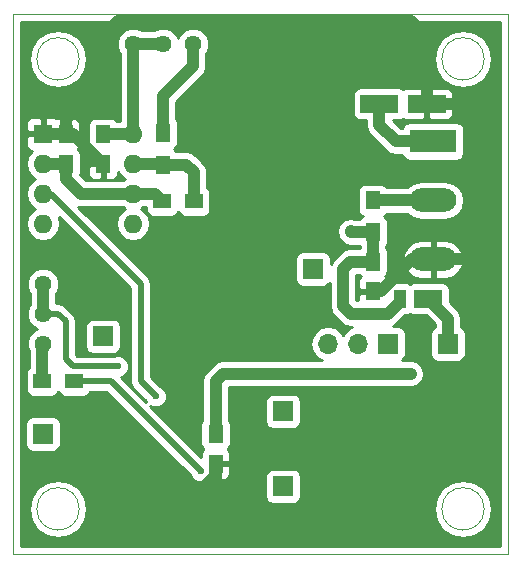
<source format=gbr>
%TF.GenerationSoftware,KiCad,Pcbnew,4.0.7*%
%TF.CreationDate,2018-04-11T16:34:22+03:00*%
%TF.ProjectId,capacity_sensor,63617061636974795F73656E736F722E,rev?*%
%TF.FileFunction,Copper,L2,Bot,Signal*%
%FSLAX46Y46*%
G04 Gerber Fmt 4.6, Leading zero omitted, Abs format (unit mm)*
G04 Created by KiCad (PCBNEW 4.0.7) date 04/11/18 16:34:22*
%MOMM*%
%LPD*%
G01*
G04 APERTURE LIST*
%ADD10C,0.100000*%
%ADD11R,1.250000X1.500000*%
%ADD12R,3.200000X1.500000*%
%ADD13R,2.400000X1.500000*%
%ADD14R,1.050000X1.500000*%
%ADD15R,1.700000X1.700000*%
%ADD16O,1.700000X1.700000*%
%ADD17R,3.960000X1.980000*%
%ADD18O,3.960000X1.980000*%
%ADD19R,1.500000X1.300000*%
%ADD20R,1.300000X1.500000*%
%ADD21C,1.440000*%
%ADD22R,1.600000X1.600000*%
%ADD23O,1.600000X1.600000*%
%ADD24C,0.600000*%
%ADD25C,1.000000*%
%ADD26C,0.500000*%
%ADD27C,0.254000*%
G04 APERTURE END LIST*
D10*
X119380000Y-129540000D02*
X119380000Y-83820000D01*
X161290000Y-129540000D02*
X119380000Y-129540000D01*
X161290000Y-83820000D02*
X161290000Y-129540000D01*
X119380000Y-83820000D02*
X161290000Y-83820000D01*
X159276051Y-125730000D02*
G75*
G03X159276051Y-125730000I-1796051J0D01*
G01*
X124986051Y-125730000D02*
G75*
G03X124986051Y-125730000I-1796051J0D01*
G01*
X159276051Y-87630000D02*
G75*
G03X159276051Y-87630000I-1796051J0D01*
G01*
X124986051Y-87630000D02*
G75*
G03X124986051Y-87630000I-1796051J0D01*
G01*
D11*
X136525000Y-119400000D03*
X136525000Y-121900000D03*
X123825000Y-96500000D03*
X123825000Y-94000000D03*
D12*
X150400000Y-91440000D03*
X154400000Y-91440000D03*
D11*
X149860000Y-104795000D03*
X149860000Y-107295000D03*
X127000000Y-96500000D03*
X127000000Y-94000000D03*
D13*
X154520000Y-107950000D03*
D14*
X152145000Y-107950000D03*
D15*
X127000000Y-111125000D03*
X121920000Y-119380000D03*
X142240000Y-123825000D03*
X142240000Y-117475000D03*
X151130000Y-111760000D03*
D16*
X148590000Y-111760000D03*
X146050000Y-111760000D03*
D15*
X144780000Y-105410000D03*
D17*
X154940000Y-94615000D03*
D18*
X154940000Y-99615000D03*
X154940000Y-104615000D03*
D15*
X156210000Y-111760000D03*
D19*
X134700000Y-99695000D03*
X132000000Y-99695000D03*
D20*
X132080000Y-93900000D03*
X132080000Y-96600000D03*
D19*
X121840000Y-114935000D03*
X124540000Y-114935000D03*
D20*
X149860000Y-99615000D03*
X149860000Y-102315000D03*
D21*
X134620000Y-86360000D03*
X132080000Y-86360000D03*
X129540000Y-86360000D03*
X121920000Y-111760000D03*
X121920000Y-109220000D03*
X121920000Y-106680000D03*
D22*
X121920000Y-93980000D03*
D23*
X129540000Y-101600000D03*
X121920000Y-96520000D03*
X129540000Y-99060000D03*
X121920000Y-99060000D03*
X129540000Y-96520000D03*
X121920000Y-101600000D03*
X129540000Y-93980000D03*
D24*
X138430000Y-114300000D03*
X153035000Y-114300000D03*
X147955000Y-123825000D03*
X135255000Y-123825000D03*
X128270000Y-113665000D03*
X147955000Y-102235000D03*
X135255000Y-122555000D03*
X131445000Y-116205000D03*
D25*
X136525000Y-119400000D02*
X136525000Y-114935000D01*
X137160000Y-114300000D02*
X138430000Y-114300000D01*
X138430000Y-114300000D02*
X153035000Y-114300000D01*
X136525000Y-114935000D02*
X137160000Y-114300000D01*
X129540000Y-93980000D02*
X129540000Y-86360000D01*
X129540000Y-86360000D02*
X132080000Y-86360000D01*
X150400000Y-91440000D02*
X150400000Y-93250000D01*
X151765000Y-94615000D02*
X154940000Y-94615000D01*
X150400000Y-93250000D02*
X151765000Y-94615000D01*
X127000000Y-94000000D02*
X129520000Y-94000000D01*
X129520000Y-94000000D02*
X129540000Y-93980000D01*
X149860000Y-107295000D02*
X150515000Y-107295000D01*
X150515000Y-107295000D02*
X153195000Y-104615000D01*
X153195000Y-104615000D02*
X154940000Y-104615000D01*
X123825000Y-94000000D02*
X123825000Y-92710000D01*
X154400000Y-85820000D02*
X154400000Y-91440000D01*
X153035000Y-84455000D02*
X154400000Y-85820000D01*
X128270000Y-84455000D02*
X153035000Y-84455000D01*
X127000000Y-85725000D02*
X128270000Y-84455000D01*
X127000000Y-89535000D02*
X127000000Y-85725000D01*
X123825000Y-92710000D02*
X127000000Y-89535000D01*
D26*
X147955000Y-123825000D02*
X147955000Y-127000000D01*
D25*
X136525000Y-121900000D02*
X136525000Y-125730000D01*
X158750000Y-121285000D02*
X158750000Y-104140000D01*
X158115000Y-121920000D02*
X158750000Y-121285000D01*
X155575000Y-121920000D02*
X158115000Y-121920000D01*
X154305000Y-123190000D02*
X155575000Y-121920000D01*
X154305000Y-125095000D02*
X154305000Y-123190000D01*
X152400000Y-127000000D02*
X154305000Y-125095000D01*
X137795000Y-127000000D02*
X147955000Y-127000000D01*
X147955000Y-127000000D02*
X152400000Y-127000000D01*
X136525000Y-125730000D02*
X137795000Y-127000000D01*
D26*
X136525000Y-121900000D02*
X136525000Y-122555000D01*
X136525000Y-122555000D02*
X135255000Y-123825000D01*
D25*
X154940000Y-104615000D02*
X158275000Y-104615000D01*
X158275000Y-104615000D02*
X158750000Y-104140000D01*
X157480000Y-91440000D02*
X154400000Y-91440000D01*
X158750000Y-92710000D02*
X157480000Y-91440000D01*
X158750000Y-104140000D02*
X158750000Y-97155000D01*
X158750000Y-97155000D02*
X158750000Y-92710000D01*
X121920000Y-93980000D02*
X123805000Y-93980000D01*
X123805000Y-93980000D02*
X123825000Y-94000000D01*
X123825000Y-94000000D02*
X124500000Y-94000000D01*
X124500000Y-94000000D02*
X127000000Y-96500000D01*
X123825000Y-96500000D02*
X123825000Y-97790000D01*
X125095000Y-99060000D02*
X129540000Y-99060000D01*
X123825000Y-97790000D02*
X125095000Y-99060000D01*
X129540000Y-99060000D02*
X131365000Y-99060000D01*
X131365000Y-99060000D02*
X132000000Y-99695000D01*
X121920000Y-96520000D02*
X123805000Y-96520000D01*
X123805000Y-96520000D02*
X123825000Y-96500000D01*
D26*
X123190000Y-109220000D02*
X121920000Y-109220000D01*
X123825000Y-109855000D02*
X123190000Y-109220000D01*
X123825000Y-113030000D02*
X123825000Y-109855000D01*
X124460000Y-113665000D02*
X123825000Y-113030000D01*
X128270000Y-113665000D02*
X124460000Y-113665000D01*
D25*
X121920000Y-109220000D02*
X121920000Y-106680000D01*
X152145000Y-107950000D02*
X152145000Y-108205000D01*
X152145000Y-108205000D02*
X151130000Y-109220000D01*
X151130000Y-109220000D02*
X147955000Y-109220000D01*
X147955000Y-109220000D02*
X147320000Y-108585000D01*
X147320000Y-108585000D02*
X147320000Y-105410000D01*
X147320000Y-105410000D02*
X147935000Y-104795000D01*
X147935000Y-104795000D02*
X149860000Y-104795000D01*
X148035000Y-102315000D02*
X149860000Y-102315000D01*
X147955000Y-102235000D02*
X148035000Y-102315000D01*
X149860000Y-104795000D02*
X149860000Y-102315000D01*
X156210000Y-111760000D02*
X156210000Y-109640000D01*
X156210000Y-109640000D02*
X154520000Y-107950000D01*
X149860000Y-99615000D02*
X154940000Y-99615000D01*
X129540000Y-96520000D02*
X132000000Y-96520000D01*
X132000000Y-96520000D02*
X132080000Y-96600000D01*
X134700000Y-99695000D02*
X134700000Y-97235000D01*
X134065000Y-96600000D02*
X132080000Y-96600000D01*
X134700000Y-97235000D02*
X134065000Y-96600000D01*
X132080000Y-93900000D02*
X132080000Y-90805000D01*
X134620000Y-88265000D02*
X134620000Y-86360000D01*
X132080000Y-90805000D02*
X134620000Y-88265000D01*
X121840000Y-114935000D02*
X121840000Y-111840000D01*
X121840000Y-111840000D02*
X121920000Y-111760000D01*
D26*
X127635000Y-114935000D02*
X124540000Y-114935000D01*
X135255000Y-122555000D02*
X127635000Y-114935000D01*
X130175000Y-106680000D02*
X122555000Y-99060000D01*
X130175000Y-114935000D02*
X130175000Y-106680000D01*
X131445000Y-116205000D02*
X130175000Y-114935000D01*
X122555000Y-99060000D02*
X121920000Y-99060000D01*
D27*
G36*
X160605000Y-128855000D02*
X120065000Y-128855000D01*
X120065000Y-125730000D01*
X120708949Y-125730000D01*
X120897808Y-126679457D01*
X121435632Y-127484368D01*
X122240543Y-128022192D01*
X123190000Y-128211051D01*
X124139457Y-128022192D01*
X124944368Y-127484368D01*
X125482192Y-126679457D01*
X125671051Y-125730000D01*
X154998949Y-125730000D01*
X155187808Y-126679457D01*
X155725632Y-127484368D01*
X156530543Y-128022192D01*
X157480000Y-128211051D01*
X158429457Y-128022192D01*
X159234368Y-127484368D01*
X159772192Y-126679457D01*
X159961051Y-125730000D01*
X159772192Y-124780543D01*
X159234368Y-123975632D01*
X158429457Y-123437808D01*
X157480000Y-123248949D01*
X156530543Y-123437808D01*
X155725632Y-123975632D01*
X155187808Y-124780543D01*
X154998949Y-125730000D01*
X125671051Y-125730000D01*
X125482192Y-124780543D01*
X124944368Y-123975632D01*
X124139457Y-123437808D01*
X123190000Y-123248949D01*
X122240543Y-123437808D01*
X121435632Y-123975632D01*
X120897808Y-124780543D01*
X120708949Y-125730000D01*
X120065000Y-125730000D01*
X120065000Y-118530000D01*
X120422560Y-118530000D01*
X120422560Y-120230000D01*
X120466838Y-120465317D01*
X120605910Y-120681441D01*
X120818110Y-120826431D01*
X121070000Y-120877440D01*
X122770000Y-120877440D01*
X123005317Y-120833162D01*
X123221441Y-120694090D01*
X123366431Y-120481890D01*
X123417440Y-120230000D01*
X123417440Y-118530000D01*
X123373162Y-118294683D01*
X123234090Y-118078559D01*
X123021890Y-117933569D01*
X122770000Y-117882560D01*
X121070000Y-117882560D01*
X120834683Y-117926838D01*
X120618559Y-118065910D01*
X120473569Y-118278110D01*
X120422560Y-118530000D01*
X120065000Y-118530000D01*
X120065000Y-114285000D01*
X120442560Y-114285000D01*
X120442560Y-115585000D01*
X120486838Y-115820317D01*
X120625910Y-116036441D01*
X120838110Y-116181431D01*
X121090000Y-116232440D01*
X122590000Y-116232440D01*
X122825317Y-116188162D01*
X123041441Y-116049090D01*
X123186431Y-115836890D01*
X123189081Y-115823803D01*
X123325910Y-116036441D01*
X123538110Y-116181431D01*
X123790000Y-116232440D01*
X125290000Y-116232440D01*
X125525317Y-116188162D01*
X125741441Y-116049090D01*
X125886431Y-115836890D01*
X125889851Y-115820000D01*
X127268420Y-115820000D01*
X134412255Y-122963834D01*
X134461883Y-123083943D01*
X134724673Y-123347192D01*
X135068201Y-123489838D01*
X135440167Y-123490162D01*
X135783943Y-123348117D01*
X135847170Y-123285000D01*
X136239250Y-123285000D01*
X136398000Y-123126250D01*
X136398000Y-122027000D01*
X136652000Y-122027000D01*
X136652000Y-123126250D01*
X136810750Y-123285000D01*
X137276310Y-123285000D01*
X137509699Y-123188327D01*
X137688327Y-123009698D01*
X137702699Y-122975000D01*
X140742560Y-122975000D01*
X140742560Y-124675000D01*
X140786838Y-124910317D01*
X140925910Y-125126441D01*
X141138110Y-125271431D01*
X141390000Y-125322440D01*
X143090000Y-125322440D01*
X143325317Y-125278162D01*
X143541441Y-125139090D01*
X143686431Y-124926890D01*
X143737440Y-124675000D01*
X143737440Y-122975000D01*
X143693162Y-122739683D01*
X143554090Y-122523559D01*
X143341890Y-122378569D01*
X143090000Y-122327560D01*
X141390000Y-122327560D01*
X141154683Y-122371838D01*
X140938559Y-122510910D01*
X140793569Y-122723110D01*
X140742560Y-122975000D01*
X137702699Y-122975000D01*
X137785000Y-122776309D01*
X137785000Y-122185750D01*
X137626250Y-122027000D01*
X136652000Y-122027000D01*
X136398000Y-122027000D01*
X136378000Y-122027000D01*
X136378000Y-121773000D01*
X136398000Y-121773000D01*
X136398000Y-121753000D01*
X136652000Y-121753000D01*
X136652000Y-121773000D01*
X137626250Y-121773000D01*
X137785000Y-121614250D01*
X137785000Y-121023691D01*
X137688327Y-120790302D01*
X137547090Y-120649064D01*
X137601441Y-120614090D01*
X137746431Y-120401890D01*
X137797440Y-120150000D01*
X137797440Y-118650000D01*
X137753162Y-118414683D01*
X137660000Y-118269905D01*
X137660000Y-116625000D01*
X140742560Y-116625000D01*
X140742560Y-118325000D01*
X140786838Y-118560317D01*
X140925910Y-118776441D01*
X141138110Y-118921431D01*
X141390000Y-118972440D01*
X143090000Y-118972440D01*
X143325317Y-118928162D01*
X143541441Y-118789090D01*
X143686431Y-118576890D01*
X143737440Y-118325000D01*
X143737440Y-116625000D01*
X143693162Y-116389683D01*
X143554090Y-116173559D01*
X143341890Y-116028569D01*
X143090000Y-115977560D01*
X141390000Y-115977560D01*
X141154683Y-116021838D01*
X140938559Y-116160910D01*
X140793569Y-116373110D01*
X140742560Y-116625000D01*
X137660000Y-116625000D01*
X137660000Y-115435000D01*
X153035000Y-115435000D01*
X153469346Y-115348603D01*
X153837566Y-115102566D01*
X154083603Y-114734346D01*
X154170000Y-114300000D01*
X154083603Y-113865654D01*
X153837566Y-113497434D01*
X153469346Y-113251397D01*
X153035000Y-113165000D01*
X152290163Y-113165000D01*
X152431441Y-113074090D01*
X152576431Y-112861890D01*
X152627440Y-112610000D01*
X152627440Y-110910000D01*
X152583162Y-110674683D01*
X152444090Y-110458559D01*
X152231890Y-110313569D01*
X151980000Y-110262560D01*
X151573390Y-110262560D01*
X151932566Y-110022566D01*
X152607692Y-109347440D01*
X152670000Y-109347440D01*
X152905317Y-109303162D01*
X152994228Y-109245949D01*
X153068110Y-109296431D01*
X153320000Y-109347440D01*
X154312308Y-109347440D01*
X155075000Y-110110132D01*
X155075000Y-110338808D01*
X154908559Y-110445910D01*
X154763569Y-110658110D01*
X154712560Y-110910000D01*
X154712560Y-112610000D01*
X154756838Y-112845317D01*
X154895910Y-113061441D01*
X155108110Y-113206431D01*
X155360000Y-113257440D01*
X157060000Y-113257440D01*
X157295317Y-113213162D01*
X157511441Y-113074090D01*
X157656431Y-112861890D01*
X157707440Y-112610000D01*
X157707440Y-110910000D01*
X157663162Y-110674683D01*
X157524090Y-110458559D01*
X157345000Y-110336192D01*
X157345000Y-109640000D01*
X157258603Y-109205654D01*
X157012566Y-108837434D01*
X156367440Y-108192308D01*
X156367440Y-107200000D01*
X156323162Y-106964683D01*
X156184090Y-106748559D01*
X155971890Y-106603569D01*
X155720000Y-106552560D01*
X153320000Y-106552560D01*
X153084683Y-106596838D01*
X152995772Y-106654051D01*
X152921890Y-106603569D01*
X152670000Y-106552560D01*
X151620000Y-106552560D01*
X151384683Y-106596838D01*
X151168559Y-106735910D01*
X151120000Y-106806978D01*
X151120000Y-106418691D01*
X151023327Y-106185302D01*
X150882090Y-106044064D01*
X150936441Y-106009090D01*
X151081431Y-105796890D01*
X151132440Y-105545000D01*
X151132440Y-104993865D01*
X152369782Y-104993865D01*
X152400095Y-105119528D01*
X152711149Y-105674246D01*
X153210807Y-106067703D01*
X153823000Y-106240000D01*
X154813000Y-106240000D01*
X154813000Y-104742000D01*
X155067000Y-104742000D01*
X155067000Y-106240000D01*
X156057000Y-106240000D01*
X156669193Y-106067703D01*
X157168851Y-105674246D01*
X157479905Y-105119528D01*
X157510218Y-104993865D01*
X157390740Y-104742000D01*
X155067000Y-104742000D01*
X154813000Y-104742000D01*
X152489260Y-104742000D01*
X152369782Y-104993865D01*
X151132440Y-104993865D01*
X151132440Y-104236135D01*
X152369782Y-104236135D01*
X152489260Y-104488000D01*
X154813000Y-104488000D01*
X154813000Y-102990000D01*
X155067000Y-102990000D01*
X155067000Y-104488000D01*
X157390740Y-104488000D01*
X157510218Y-104236135D01*
X157479905Y-104110472D01*
X157168851Y-103555754D01*
X156669193Y-103162297D01*
X156057000Y-102990000D01*
X155067000Y-102990000D01*
X154813000Y-102990000D01*
X153823000Y-102990000D01*
X153210807Y-103162297D01*
X152711149Y-103555754D01*
X152400095Y-104110472D01*
X152369782Y-104236135D01*
X151132440Y-104236135D01*
X151132440Y-104045000D01*
X151088162Y-103809683D01*
X150995000Y-103664905D01*
X150995000Y-103479975D01*
X151106431Y-103316890D01*
X151157440Y-103065000D01*
X151157440Y-101565000D01*
X151113162Y-101329683D01*
X150974090Y-101113559D01*
X150761890Y-100968569D01*
X150748803Y-100965919D01*
X150961441Y-100829090D01*
X151015481Y-100750000D01*
X152740333Y-100750000D01*
X152749720Y-100764049D01*
X153276908Y-101116304D01*
X153898769Y-101240000D01*
X155981231Y-101240000D01*
X156603092Y-101116304D01*
X157130280Y-100764049D01*
X157482535Y-100236861D01*
X157606231Y-99615000D01*
X157482535Y-98993139D01*
X157130280Y-98465951D01*
X156603092Y-98113696D01*
X155981231Y-97990000D01*
X153898769Y-97990000D01*
X153276908Y-98113696D01*
X152749720Y-98465951D01*
X152740333Y-98480000D01*
X151016844Y-98480000D01*
X150974090Y-98413559D01*
X150761890Y-98268569D01*
X150510000Y-98217560D01*
X149210000Y-98217560D01*
X148974683Y-98261838D01*
X148758559Y-98400910D01*
X148613569Y-98613110D01*
X148562560Y-98865000D01*
X148562560Y-100365000D01*
X148606838Y-100600317D01*
X148745910Y-100816441D01*
X148958110Y-100961431D01*
X148971197Y-100964081D01*
X148758559Y-101100910D01*
X148704519Y-101180000D01*
X148357185Y-101180000D01*
X147955000Y-101100000D01*
X147520655Y-101186397D01*
X147152434Y-101432434D01*
X146906397Y-101800655D01*
X146820000Y-102235000D01*
X146906397Y-102669345D01*
X147152434Y-103037566D01*
X147232434Y-103117566D01*
X147600654Y-103363603D01*
X148035000Y-103450000D01*
X148703156Y-103450000D01*
X148725000Y-103483946D01*
X148725000Y-103660000D01*
X147935000Y-103660000D01*
X147500654Y-103746397D01*
X147132434Y-103992434D01*
X146517434Y-104607434D01*
X146277440Y-104966610D01*
X146277440Y-104560000D01*
X146233162Y-104324683D01*
X146094090Y-104108559D01*
X145881890Y-103963569D01*
X145630000Y-103912560D01*
X143930000Y-103912560D01*
X143694683Y-103956838D01*
X143478559Y-104095910D01*
X143333569Y-104308110D01*
X143282560Y-104560000D01*
X143282560Y-106260000D01*
X143326838Y-106495317D01*
X143465910Y-106711441D01*
X143678110Y-106856431D01*
X143930000Y-106907440D01*
X145630000Y-106907440D01*
X145865317Y-106863162D01*
X146081441Y-106724090D01*
X146185000Y-106572526D01*
X146185000Y-108585000D01*
X146271397Y-109019346D01*
X146461037Y-109303162D01*
X146517434Y-109387566D01*
X147152434Y-110022566D01*
X147520655Y-110268604D01*
X147955000Y-110355000D01*
X148041553Y-110355000D01*
X148021715Y-110358946D01*
X147539946Y-110680853D01*
X147320000Y-111010026D01*
X147100054Y-110680853D01*
X146618285Y-110358946D01*
X146050000Y-110245907D01*
X145481715Y-110358946D01*
X144999946Y-110680853D01*
X144678039Y-111162622D01*
X144565000Y-111730907D01*
X144565000Y-111789093D01*
X144678039Y-112357378D01*
X144999946Y-112839147D01*
X145481715Y-113161054D01*
X145501553Y-113165000D01*
X137160000Y-113165000D01*
X136725655Y-113251396D01*
X136357434Y-113497434D01*
X135722434Y-114132434D01*
X135476397Y-114500654D01*
X135390000Y-114935000D01*
X135390000Y-118271614D01*
X135303569Y-118398110D01*
X135252560Y-118650000D01*
X135252560Y-120150000D01*
X135296838Y-120385317D01*
X135435910Y-120601441D01*
X135504006Y-120647969D01*
X135361673Y-120790302D01*
X135265000Y-121023691D01*
X135265000Y-121313421D01*
X130972985Y-117021405D01*
X131258201Y-117139838D01*
X131630167Y-117140162D01*
X131973943Y-116998117D01*
X132237192Y-116735327D01*
X132379838Y-116391799D01*
X132380162Y-116019833D01*
X132238117Y-115676057D01*
X131975327Y-115412808D01*
X131854013Y-115362434D01*
X131060000Y-114568420D01*
X131060000Y-106680000D01*
X130992633Y-106341325D01*
X130800790Y-106054210D01*
X130800787Y-106054208D01*
X124903485Y-100156905D01*
X125095000Y-100195000D01*
X128677233Y-100195000D01*
X128879275Y-100330000D01*
X128497189Y-100585302D01*
X128186120Y-101050849D01*
X128076887Y-101600000D01*
X128186120Y-102149151D01*
X128497189Y-102614698D01*
X128962736Y-102925767D01*
X129511887Y-103035000D01*
X129568113Y-103035000D01*
X130117264Y-102925767D01*
X130582811Y-102614698D01*
X130893880Y-102149151D01*
X131003113Y-101600000D01*
X130893880Y-101050849D01*
X130582811Y-100585302D01*
X130200725Y-100330000D01*
X130402767Y-100195000D01*
X130602560Y-100195000D01*
X130602560Y-100345000D01*
X130646838Y-100580317D01*
X130785910Y-100796441D01*
X130998110Y-100941431D01*
X131250000Y-100992440D01*
X132750000Y-100992440D01*
X132985317Y-100948162D01*
X133201441Y-100809090D01*
X133346431Y-100596890D01*
X133349081Y-100583803D01*
X133485910Y-100796441D01*
X133698110Y-100941431D01*
X133950000Y-100992440D01*
X135450000Y-100992440D01*
X135685317Y-100948162D01*
X135901441Y-100809090D01*
X136046431Y-100596890D01*
X136097440Y-100345000D01*
X136097440Y-99045000D01*
X136053162Y-98809683D01*
X135914090Y-98593559D01*
X135835000Y-98539519D01*
X135835000Y-97235000D01*
X135802011Y-97069151D01*
X135748604Y-96800655D01*
X135502566Y-96432434D01*
X134867566Y-95797434D01*
X134796576Y-95750000D01*
X134499346Y-95551397D01*
X134065000Y-95465000D01*
X133236844Y-95465000D01*
X133194090Y-95398559D01*
X132981890Y-95253569D01*
X132968803Y-95250919D01*
X133181441Y-95114090D01*
X133326431Y-94901890D01*
X133377440Y-94650000D01*
X133377440Y-93150000D01*
X133333162Y-92914683D01*
X133215000Y-92731054D01*
X133215000Y-91275132D01*
X133800132Y-90690000D01*
X148152560Y-90690000D01*
X148152560Y-92190000D01*
X148196838Y-92425317D01*
X148335910Y-92641441D01*
X148548110Y-92786431D01*
X148800000Y-92837440D01*
X149265000Y-92837440D01*
X149265000Y-93250000D01*
X149351397Y-93684346D01*
X149597434Y-94052566D01*
X150962434Y-95417567D01*
X151330655Y-95663604D01*
X151765000Y-95750000D01*
X152339844Y-95750000D01*
X152356838Y-95840317D01*
X152495910Y-96056441D01*
X152708110Y-96201431D01*
X152960000Y-96252440D01*
X156920000Y-96252440D01*
X157155317Y-96208162D01*
X157371441Y-96069090D01*
X157516431Y-95856890D01*
X157567440Y-95605000D01*
X157567440Y-93625000D01*
X157523162Y-93389683D01*
X157384090Y-93173559D01*
X157171890Y-93028569D01*
X156920000Y-92977560D01*
X152960000Y-92977560D01*
X152724683Y-93021838D01*
X152508559Y-93160910D01*
X152363569Y-93373110D01*
X152341923Y-93480000D01*
X152235133Y-93480000D01*
X151592572Y-92837440D01*
X152000000Y-92837440D01*
X152235317Y-92793162D01*
X152399493Y-92687518D01*
X152440302Y-92728327D01*
X152673691Y-92825000D01*
X154114250Y-92825000D01*
X154273000Y-92666250D01*
X154273000Y-91567000D01*
X154527000Y-91567000D01*
X154527000Y-92666250D01*
X154685750Y-92825000D01*
X156126309Y-92825000D01*
X156359698Y-92728327D01*
X156538327Y-92549699D01*
X156635000Y-92316310D01*
X156635000Y-91725750D01*
X156476250Y-91567000D01*
X154527000Y-91567000D01*
X154273000Y-91567000D01*
X154253000Y-91567000D01*
X154253000Y-91313000D01*
X154273000Y-91313000D01*
X154273000Y-90213750D01*
X154527000Y-90213750D01*
X154527000Y-91313000D01*
X156476250Y-91313000D01*
X156635000Y-91154250D01*
X156635000Y-90563690D01*
X156538327Y-90330301D01*
X156359698Y-90151673D01*
X156126309Y-90055000D01*
X154685750Y-90055000D01*
X154527000Y-90213750D01*
X154273000Y-90213750D01*
X154114250Y-90055000D01*
X152673691Y-90055000D01*
X152440302Y-90151673D01*
X152398340Y-90193634D01*
X152251890Y-90093569D01*
X152000000Y-90042560D01*
X148800000Y-90042560D01*
X148564683Y-90086838D01*
X148348559Y-90225910D01*
X148203569Y-90438110D01*
X148152560Y-90690000D01*
X133800132Y-90690000D01*
X135422566Y-89067567D01*
X135668603Y-88699346D01*
X135725037Y-88415632D01*
X135755000Y-88265000D01*
X135755000Y-87630000D01*
X154998949Y-87630000D01*
X155187808Y-88579457D01*
X155725632Y-89384368D01*
X156530543Y-89922192D01*
X157480000Y-90111051D01*
X158429457Y-89922192D01*
X159234368Y-89384368D01*
X159772192Y-88579457D01*
X159961051Y-87630000D01*
X159772192Y-86680543D01*
X159234368Y-85875632D01*
X158429457Y-85337808D01*
X157480000Y-85148949D01*
X156530543Y-85337808D01*
X155725632Y-85875632D01*
X155187808Y-86680543D01*
X154998949Y-87630000D01*
X135755000Y-87630000D01*
X135755000Y-87141568D01*
X135768043Y-87128548D01*
X135974764Y-86630709D01*
X135975235Y-86091656D01*
X135769383Y-85593457D01*
X135388548Y-85211957D01*
X134890709Y-85005236D01*
X134351656Y-85004765D01*
X133853457Y-85210617D01*
X133471957Y-85591452D01*
X133349955Y-85885264D01*
X133229383Y-85593457D01*
X132848548Y-85211957D01*
X132350709Y-85005236D01*
X131811656Y-85004765D01*
X131313457Y-85210617D01*
X131299049Y-85225000D01*
X130321568Y-85225000D01*
X130308548Y-85211957D01*
X129810709Y-85005236D01*
X129271656Y-85004765D01*
X128773457Y-85210617D01*
X128391957Y-85591452D01*
X128185236Y-86089291D01*
X128184765Y-86628344D01*
X128390617Y-87126543D01*
X128405000Y-87140951D01*
X128405000Y-92865000D01*
X128131844Y-92865000D01*
X128089090Y-92798559D01*
X127876890Y-92653569D01*
X127625000Y-92602560D01*
X126375000Y-92602560D01*
X126139683Y-92646838D01*
X125923559Y-92785910D01*
X125778569Y-92998110D01*
X125727560Y-93250000D01*
X125727560Y-94750000D01*
X125771838Y-94985317D01*
X125910910Y-95201441D01*
X125979006Y-95247969D01*
X125836673Y-95390302D01*
X125740000Y-95623691D01*
X125740000Y-96214250D01*
X125898750Y-96373000D01*
X126873000Y-96373000D01*
X126873000Y-96353000D01*
X127127000Y-96353000D01*
X127127000Y-96373000D01*
X127147000Y-96373000D01*
X127147000Y-96627000D01*
X127127000Y-96627000D01*
X127127000Y-97726250D01*
X127285750Y-97885000D01*
X127751310Y-97885000D01*
X127984699Y-97788327D01*
X128163327Y-97609698D01*
X128260000Y-97376309D01*
X128260000Y-97179720D01*
X128497189Y-97534698D01*
X128879275Y-97790000D01*
X128677233Y-97925000D01*
X125565132Y-97925000D01*
X125062529Y-97422397D01*
X125097440Y-97250000D01*
X125097440Y-96785750D01*
X125740000Y-96785750D01*
X125740000Y-97376309D01*
X125836673Y-97609698D01*
X126015301Y-97788327D01*
X126248690Y-97885000D01*
X126714250Y-97885000D01*
X126873000Y-97726250D01*
X126873000Y-96627000D01*
X125898750Y-96627000D01*
X125740000Y-96785750D01*
X125097440Y-96785750D01*
X125097440Y-95750000D01*
X125053162Y-95514683D01*
X124914090Y-95298559D01*
X124845994Y-95252031D01*
X124988327Y-95109698D01*
X125085000Y-94876309D01*
X125085000Y-94285750D01*
X124926250Y-94127000D01*
X123952000Y-94127000D01*
X123952000Y-94147000D01*
X123698000Y-94147000D01*
X123698000Y-94127000D01*
X123216250Y-94127000D01*
X123196250Y-94107000D01*
X122047000Y-94107000D01*
X122047000Y-94127000D01*
X121793000Y-94127000D01*
X121793000Y-94107000D01*
X120643750Y-94107000D01*
X120485000Y-94265750D01*
X120485000Y-94906310D01*
X120581673Y-95139699D01*
X120760302Y-95318327D01*
X120993691Y-95415000D01*
X121012335Y-95415000D01*
X120877189Y-95505302D01*
X120566120Y-95970849D01*
X120456887Y-96520000D01*
X120566120Y-97069151D01*
X120877189Y-97534698D01*
X121259275Y-97790000D01*
X120877189Y-98045302D01*
X120566120Y-98510849D01*
X120456887Y-99060000D01*
X120566120Y-99609151D01*
X120877189Y-100074698D01*
X121259275Y-100330000D01*
X120877189Y-100585302D01*
X120566120Y-101050849D01*
X120456887Y-101600000D01*
X120566120Y-102149151D01*
X120877189Y-102614698D01*
X121342736Y-102925767D01*
X121891887Y-103035000D01*
X121948113Y-103035000D01*
X122497264Y-102925767D01*
X122962811Y-102614698D01*
X123273880Y-102149151D01*
X123383113Y-101600000D01*
X123273880Y-101050849D01*
X123232823Y-100989403D01*
X129290000Y-107046579D01*
X129290000Y-114934995D01*
X129289999Y-114935000D01*
X129323331Y-115102566D01*
X129357367Y-115273675D01*
X129549210Y-115560790D01*
X130602255Y-116613834D01*
X130628196Y-116676617D01*
X128523505Y-114571925D01*
X128798943Y-114458117D01*
X129062192Y-114195327D01*
X129204838Y-113851799D01*
X129205162Y-113479833D01*
X129063117Y-113136057D01*
X128800327Y-112872808D01*
X128456799Y-112730162D01*
X128084833Y-112729838D01*
X127963431Y-112780000D01*
X124826579Y-112780000D01*
X124710000Y-112663420D01*
X124710000Y-110275000D01*
X125502560Y-110275000D01*
X125502560Y-111975000D01*
X125546838Y-112210317D01*
X125685910Y-112426441D01*
X125898110Y-112571431D01*
X126150000Y-112622440D01*
X127850000Y-112622440D01*
X128085317Y-112578162D01*
X128301441Y-112439090D01*
X128446431Y-112226890D01*
X128497440Y-111975000D01*
X128497440Y-110275000D01*
X128453162Y-110039683D01*
X128314090Y-109823559D01*
X128101890Y-109678569D01*
X127850000Y-109627560D01*
X126150000Y-109627560D01*
X125914683Y-109671838D01*
X125698559Y-109810910D01*
X125553569Y-110023110D01*
X125502560Y-110275000D01*
X124710000Y-110275000D01*
X124710000Y-109855005D01*
X124710001Y-109855000D01*
X124642634Y-109516326D01*
X124524817Y-109340000D01*
X124450790Y-109229210D01*
X124450787Y-109229208D01*
X123815790Y-108594210D01*
X123682277Y-108505000D01*
X123528675Y-108402367D01*
X123438073Y-108384345D01*
X123190000Y-108334999D01*
X123189995Y-108335000D01*
X123055000Y-108335000D01*
X123055000Y-107461568D01*
X123068043Y-107448548D01*
X123274764Y-106950709D01*
X123275235Y-106411656D01*
X123069383Y-105913457D01*
X122688548Y-105531957D01*
X122190709Y-105325236D01*
X121651656Y-105324765D01*
X121153457Y-105530617D01*
X120771957Y-105911452D01*
X120565236Y-106409291D01*
X120564765Y-106948344D01*
X120770617Y-107446543D01*
X120785000Y-107460951D01*
X120785000Y-108438432D01*
X120771957Y-108451452D01*
X120565236Y-108949291D01*
X120564765Y-109488344D01*
X120770617Y-109986543D01*
X121151452Y-110368043D01*
X121445264Y-110490045D01*
X121153457Y-110610617D01*
X120771957Y-110991452D01*
X120565236Y-111489291D01*
X120564765Y-112028344D01*
X120705000Y-112367738D01*
X120705000Y-113778156D01*
X120638559Y-113820910D01*
X120493569Y-114033110D01*
X120442560Y-114285000D01*
X120065000Y-114285000D01*
X120065000Y-93053690D01*
X120485000Y-93053690D01*
X120485000Y-93694250D01*
X120643750Y-93853000D01*
X121793000Y-93853000D01*
X121793000Y-92703750D01*
X122047000Y-92703750D01*
X122047000Y-93853000D01*
X122703750Y-93853000D01*
X122723750Y-93873000D01*
X123698000Y-93873000D01*
X123698000Y-92773750D01*
X123952000Y-92773750D01*
X123952000Y-93873000D01*
X124926250Y-93873000D01*
X125085000Y-93714250D01*
X125085000Y-93123691D01*
X124988327Y-92890302D01*
X124809699Y-92711673D01*
X124576310Y-92615000D01*
X124110750Y-92615000D01*
X123952000Y-92773750D01*
X123698000Y-92773750D01*
X123539250Y-92615000D01*
X123073690Y-92615000D01*
X123044497Y-92627092D01*
X122846309Y-92545000D01*
X122205750Y-92545000D01*
X122047000Y-92703750D01*
X121793000Y-92703750D01*
X121634250Y-92545000D01*
X120993691Y-92545000D01*
X120760302Y-92641673D01*
X120581673Y-92820301D01*
X120485000Y-93053690D01*
X120065000Y-93053690D01*
X120065000Y-87630000D01*
X120708949Y-87630000D01*
X120897808Y-88579457D01*
X121435632Y-89384368D01*
X122240543Y-89922192D01*
X123190000Y-90111051D01*
X124139457Y-89922192D01*
X124944368Y-89384368D01*
X125482192Y-88579457D01*
X125671051Y-87630000D01*
X125482192Y-86680543D01*
X124944368Y-85875632D01*
X124139457Y-85337808D01*
X123190000Y-85148949D01*
X122240543Y-85337808D01*
X121435632Y-85875632D01*
X120897808Y-86680543D01*
X120708949Y-87630000D01*
X120065000Y-87630000D01*
X120065000Y-84505000D01*
X160605000Y-84505000D01*
X160605000Y-128855000D01*
X160605000Y-128855000D01*
G37*
X160605000Y-128855000D02*
X120065000Y-128855000D01*
X120065000Y-125730000D01*
X120708949Y-125730000D01*
X120897808Y-126679457D01*
X121435632Y-127484368D01*
X122240543Y-128022192D01*
X123190000Y-128211051D01*
X124139457Y-128022192D01*
X124944368Y-127484368D01*
X125482192Y-126679457D01*
X125671051Y-125730000D01*
X154998949Y-125730000D01*
X155187808Y-126679457D01*
X155725632Y-127484368D01*
X156530543Y-128022192D01*
X157480000Y-128211051D01*
X158429457Y-128022192D01*
X159234368Y-127484368D01*
X159772192Y-126679457D01*
X159961051Y-125730000D01*
X159772192Y-124780543D01*
X159234368Y-123975632D01*
X158429457Y-123437808D01*
X157480000Y-123248949D01*
X156530543Y-123437808D01*
X155725632Y-123975632D01*
X155187808Y-124780543D01*
X154998949Y-125730000D01*
X125671051Y-125730000D01*
X125482192Y-124780543D01*
X124944368Y-123975632D01*
X124139457Y-123437808D01*
X123190000Y-123248949D01*
X122240543Y-123437808D01*
X121435632Y-123975632D01*
X120897808Y-124780543D01*
X120708949Y-125730000D01*
X120065000Y-125730000D01*
X120065000Y-118530000D01*
X120422560Y-118530000D01*
X120422560Y-120230000D01*
X120466838Y-120465317D01*
X120605910Y-120681441D01*
X120818110Y-120826431D01*
X121070000Y-120877440D01*
X122770000Y-120877440D01*
X123005317Y-120833162D01*
X123221441Y-120694090D01*
X123366431Y-120481890D01*
X123417440Y-120230000D01*
X123417440Y-118530000D01*
X123373162Y-118294683D01*
X123234090Y-118078559D01*
X123021890Y-117933569D01*
X122770000Y-117882560D01*
X121070000Y-117882560D01*
X120834683Y-117926838D01*
X120618559Y-118065910D01*
X120473569Y-118278110D01*
X120422560Y-118530000D01*
X120065000Y-118530000D01*
X120065000Y-114285000D01*
X120442560Y-114285000D01*
X120442560Y-115585000D01*
X120486838Y-115820317D01*
X120625910Y-116036441D01*
X120838110Y-116181431D01*
X121090000Y-116232440D01*
X122590000Y-116232440D01*
X122825317Y-116188162D01*
X123041441Y-116049090D01*
X123186431Y-115836890D01*
X123189081Y-115823803D01*
X123325910Y-116036441D01*
X123538110Y-116181431D01*
X123790000Y-116232440D01*
X125290000Y-116232440D01*
X125525317Y-116188162D01*
X125741441Y-116049090D01*
X125886431Y-115836890D01*
X125889851Y-115820000D01*
X127268420Y-115820000D01*
X134412255Y-122963834D01*
X134461883Y-123083943D01*
X134724673Y-123347192D01*
X135068201Y-123489838D01*
X135440167Y-123490162D01*
X135783943Y-123348117D01*
X135847170Y-123285000D01*
X136239250Y-123285000D01*
X136398000Y-123126250D01*
X136398000Y-122027000D01*
X136652000Y-122027000D01*
X136652000Y-123126250D01*
X136810750Y-123285000D01*
X137276310Y-123285000D01*
X137509699Y-123188327D01*
X137688327Y-123009698D01*
X137702699Y-122975000D01*
X140742560Y-122975000D01*
X140742560Y-124675000D01*
X140786838Y-124910317D01*
X140925910Y-125126441D01*
X141138110Y-125271431D01*
X141390000Y-125322440D01*
X143090000Y-125322440D01*
X143325317Y-125278162D01*
X143541441Y-125139090D01*
X143686431Y-124926890D01*
X143737440Y-124675000D01*
X143737440Y-122975000D01*
X143693162Y-122739683D01*
X143554090Y-122523559D01*
X143341890Y-122378569D01*
X143090000Y-122327560D01*
X141390000Y-122327560D01*
X141154683Y-122371838D01*
X140938559Y-122510910D01*
X140793569Y-122723110D01*
X140742560Y-122975000D01*
X137702699Y-122975000D01*
X137785000Y-122776309D01*
X137785000Y-122185750D01*
X137626250Y-122027000D01*
X136652000Y-122027000D01*
X136398000Y-122027000D01*
X136378000Y-122027000D01*
X136378000Y-121773000D01*
X136398000Y-121773000D01*
X136398000Y-121753000D01*
X136652000Y-121753000D01*
X136652000Y-121773000D01*
X137626250Y-121773000D01*
X137785000Y-121614250D01*
X137785000Y-121023691D01*
X137688327Y-120790302D01*
X137547090Y-120649064D01*
X137601441Y-120614090D01*
X137746431Y-120401890D01*
X137797440Y-120150000D01*
X137797440Y-118650000D01*
X137753162Y-118414683D01*
X137660000Y-118269905D01*
X137660000Y-116625000D01*
X140742560Y-116625000D01*
X140742560Y-118325000D01*
X140786838Y-118560317D01*
X140925910Y-118776441D01*
X141138110Y-118921431D01*
X141390000Y-118972440D01*
X143090000Y-118972440D01*
X143325317Y-118928162D01*
X143541441Y-118789090D01*
X143686431Y-118576890D01*
X143737440Y-118325000D01*
X143737440Y-116625000D01*
X143693162Y-116389683D01*
X143554090Y-116173559D01*
X143341890Y-116028569D01*
X143090000Y-115977560D01*
X141390000Y-115977560D01*
X141154683Y-116021838D01*
X140938559Y-116160910D01*
X140793569Y-116373110D01*
X140742560Y-116625000D01*
X137660000Y-116625000D01*
X137660000Y-115435000D01*
X153035000Y-115435000D01*
X153469346Y-115348603D01*
X153837566Y-115102566D01*
X154083603Y-114734346D01*
X154170000Y-114300000D01*
X154083603Y-113865654D01*
X153837566Y-113497434D01*
X153469346Y-113251397D01*
X153035000Y-113165000D01*
X152290163Y-113165000D01*
X152431441Y-113074090D01*
X152576431Y-112861890D01*
X152627440Y-112610000D01*
X152627440Y-110910000D01*
X152583162Y-110674683D01*
X152444090Y-110458559D01*
X152231890Y-110313569D01*
X151980000Y-110262560D01*
X151573390Y-110262560D01*
X151932566Y-110022566D01*
X152607692Y-109347440D01*
X152670000Y-109347440D01*
X152905317Y-109303162D01*
X152994228Y-109245949D01*
X153068110Y-109296431D01*
X153320000Y-109347440D01*
X154312308Y-109347440D01*
X155075000Y-110110132D01*
X155075000Y-110338808D01*
X154908559Y-110445910D01*
X154763569Y-110658110D01*
X154712560Y-110910000D01*
X154712560Y-112610000D01*
X154756838Y-112845317D01*
X154895910Y-113061441D01*
X155108110Y-113206431D01*
X155360000Y-113257440D01*
X157060000Y-113257440D01*
X157295317Y-113213162D01*
X157511441Y-113074090D01*
X157656431Y-112861890D01*
X157707440Y-112610000D01*
X157707440Y-110910000D01*
X157663162Y-110674683D01*
X157524090Y-110458559D01*
X157345000Y-110336192D01*
X157345000Y-109640000D01*
X157258603Y-109205654D01*
X157012566Y-108837434D01*
X156367440Y-108192308D01*
X156367440Y-107200000D01*
X156323162Y-106964683D01*
X156184090Y-106748559D01*
X155971890Y-106603569D01*
X155720000Y-106552560D01*
X153320000Y-106552560D01*
X153084683Y-106596838D01*
X152995772Y-106654051D01*
X152921890Y-106603569D01*
X152670000Y-106552560D01*
X151620000Y-106552560D01*
X151384683Y-106596838D01*
X151168559Y-106735910D01*
X151120000Y-106806978D01*
X151120000Y-106418691D01*
X151023327Y-106185302D01*
X150882090Y-106044064D01*
X150936441Y-106009090D01*
X151081431Y-105796890D01*
X151132440Y-105545000D01*
X151132440Y-104993865D01*
X152369782Y-104993865D01*
X152400095Y-105119528D01*
X152711149Y-105674246D01*
X153210807Y-106067703D01*
X153823000Y-106240000D01*
X154813000Y-106240000D01*
X154813000Y-104742000D01*
X155067000Y-104742000D01*
X155067000Y-106240000D01*
X156057000Y-106240000D01*
X156669193Y-106067703D01*
X157168851Y-105674246D01*
X157479905Y-105119528D01*
X157510218Y-104993865D01*
X157390740Y-104742000D01*
X155067000Y-104742000D01*
X154813000Y-104742000D01*
X152489260Y-104742000D01*
X152369782Y-104993865D01*
X151132440Y-104993865D01*
X151132440Y-104236135D01*
X152369782Y-104236135D01*
X152489260Y-104488000D01*
X154813000Y-104488000D01*
X154813000Y-102990000D01*
X155067000Y-102990000D01*
X155067000Y-104488000D01*
X157390740Y-104488000D01*
X157510218Y-104236135D01*
X157479905Y-104110472D01*
X157168851Y-103555754D01*
X156669193Y-103162297D01*
X156057000Y-102990000D01*
X155067000Y-102990000D01*
X154813000Y-102990000D01*
X153823000Y-102990000D01*
X153210807Y-103162297D01*
X152711149Y-103555754D01*
X152400095Y-104110472D01*
X152369782Y-104236135D01*
X151132440Y-104236135D01*
X151132440Y-104045000D01*
X151088162Y-103809683D01*
X150995000Y-103664905D01*
X150995000Y-103479975D01*
X151106431Y-103316890D01*
X151157440Y-103065000D01*
X151157440Y-101565000D01*
X151113162Y-101329683D01*
X150974090Y-101113559D01*
X150761890Y-100968569D01*
X150748803Y-100965919D01*
X150961441Y-100829090D01*
X151015481Y-100750000D01*
X152740333Y-100750000D01*
X152749720Y-100764049D01*
X153276908Y-101116304D01*
X153898769Y-101240000D01*
X155981231Y-101240000D01*
X156603092Y-101116304D01*
X157130280Y-100764049D01*
X157482535Y-100236861D01*
X157606231Y-99615000D01*
X157482535Y-98993139D01*
X157130280Y-98465951D01*
X156603092Y-98113696D01*
X155981231Y-97990000D01*
X153898769Y-97990000D01*
X153276908Y-98113696D01*
X152749720Y-98465951D01*
X152740333Y-98480000D01*
X151016844Y-98480000D01*
X150974090Y-98413559D01*
X150761890Y-98268569D01*
X150510000Y-98217560D01*
X149210000Y-98217560D01*
X148974683Y-98261838D01*
X148758559Y-98400910D01*
X148613569Y-98613110D01*
X148562560Y-98865000D01*
X148562560Y-100365000D01*
X148606838Y-100600317D01*
X148745910Y-100816441D01*
X148958110Y-100961431D01*
X148971197Y-100964081D01*
X148758559Y-101100910D01*
X148704519Y-101180000D01*
X148357185Y-101180000D01*
X147955000Y-101100000D01*
X147520655Y-101186397D01*
X147152434Y-101432434D01*
X146906397Y-101800655D01*
X146820000Y-102235000D01*
X146906397Y-102669345D01*
X147152434Y-103037566D01*
X147232434Y-103117566D01*
X147600654Y-103363603D01*
X148035000Y-103450000D01*
X148703156Y-103450000D01*
X148725000Y-103483946D01*
X148725000Y-103660000D01*
X147935000Y-103660000D01*
X147500654Y-103746397D01*
X147132434Y-103992434D01*
X146517434Y-104607434D01*
X146277440Y-104966610D01*
X146277440Y-104560000D01*
X146233162Y-104324683D01*
X146094090Y-104108559D01*
X145881890Y-103963569D01*
X145630000Y-103912560D01*
X143930000Y-103912560D01*
X143694683Y-103956838D01*
X143478559Y-104095910D01*
X143333569Y-104308110D01*
X143282560Y-104560000D01*
X143282560Y-106260000D01*
X143326838Y-106495317D01*
X143465910Y-106711441D01*
X143678110Y-106856431D01*
X143930000Y-106907440D01*
X145630000Y-106907440D01*
X145865317Y-106863162D01*
X146081441Y-106724090D01*
X146185000Y-106572526D01*
X146185000Y-108585000D01*
X146271397Y-109019346D01*
X146461037Y-109303162D01*
X146517434Y-109387566D01*
X147152434Y-110022566D01*
X147520655Y-110268604D01*
X147955000Y-110355000D01*
X148041553Y-110355000D01*
X148021715Y-110358946D01*
X147539946Y-110680853D01*
X147320000Y-111010026D01*
X147100054Y-110680853D01*
X146618285Y-110358946D01*
X146050000Y-110245907D01*
X145481715Y-110358946D01*
X144999946Y-110680853D01*
X144678039Y-111162622D01*
X144565000Y-111730907D01*
X144565000Y-111789093D01*
X144678039Y-112357378D01*
X144999946Y-112839147D01*
X145481715Y-113161054D01*
X145501553Y-113165000D01*
X137160000Y-113165000D01*
X136725655Y-113251396D01*
X136357434Y-113497434D01*
X135722434Y-114132434D01*
X135476397Y-114500654D01*
X135390000Y-114935000D01*
X135390000Y-118271614D01*
X135303569Y-118398110D01*
X135252560Y-118650000D01*
X135252560Y-120150000D01*
X135296838Y-120385317D01*
X135435910Y-120601441D01*
X135504006Y-120647969D01*
X135361673Y-120790302D01*
X135265000Y-121023691D01*
X135265000Y-121313421D01*
X130972985Y-117021405D01*
X131258201Y-117139838D01*
X131630167Y-117140162D01*
X131973943Y-116998117D01*
X132237192Y-116735327D01*
X132379838Y-116391799D01*
X132380162Y-116019833D01*
X132238117Y-115676057D01*
X131975327Y-115412808D01*
X131854013Y-115362434D01*
X131060000Y-114568420D01*
X131060000Y-106680000D01*
X130992633Y-106341325D01*
X130800790Y-106054210D01*
X130800787Y-106054208D01*
X124903485Y-100156905D01*
X125095000Y-100195000D01*
X128677233Y-100195000D01*
X128879275Y-100330000D01*
X128497189Y-100585302D01*
X128186120Y-101050849D01*
X128076887Y-101600000D01*
X128186120Y-102149151D01*
X128497189Y-102614698D01*
X128962736Y-102925767D01*
X129511887Y-103035000D01*
X129568113Y-103035000D01*
X130117264Y-102925767D01*
X130582811Y-102614698D01*
X130893880Y-102149151D01*
X131003113Y-101600000D01*
X130893880Y-101050849D01*
X130582811Y-100585302D01*
X130200725Y-100330000D01*
X130402767Y-100195000D01*
X130602560Y-100195000D01*
X130602560Y-100345000D01*
X130646838Y-100580317D01*
X130785910Y-100796441D01*
X130998110Y-100941431D01*
X131250000Y-100992440D01*
X132750000Y-100992440D01*
X132985317Y-100948162D01*
X133201441Y-100809090D01*
X133346431Y-100596890D01*
X133349081Y-100583803D01*
X133485910Y-100796441D01*
X133698110Y-100941431D01*
X133950000Y-100992440D01*
X135450000Y-100992440D01*
X135685317Y-100948162D01*
X135901441Y-100809090D01*
X136046431Y-100596890D01*
X136097440Y-100345000D01*
X136097440Y-99045000D01*
X136053162Y-98809683D01*
X135914090Y-98593559D01*
X135835000Y-98539519D01*
X135835000Y-97235000D01*
X135802011Y-97069151D01*
X135748604Y-96800655D01*
X135502566Y-96432434D01*
X134867566Y-95797434D01*
X134796576Y-95750000D01*
X134499346Y-95551397D01*
X134065000Y-95465000D01*
X133236844Y-95465000D01*
X133194090Y-95398559D01*
X132981890Y-95253569D01*
X132968803Y-95250919D01*
X133181441Y-95114090D01*
X133326431Y-94901890D01*
X133377440Y-94650000D01*
X133377440Y-93150000D01*
X133333162Y-92914683D01*
X133215000Y-92731054D01*
X133215000Y-91275132D01*
X133800132Y-90690000D01*
X148152560Y-90690000D01*
X148152560Y-92190000D01*
X148196838Y-92425317D01*
X148335910Y-92641441D01*
X148548110Y-92786431D01*
X148800000Y-92837440D01*
X149265000Y-92837440D01*
X149265000Y-93250000D01*
X149351397Y-93684346D01*
X149597434Y-94052566D01*
X150962434Y-95417567D01*
X151330655Y-95663604D01*
X151765000Y-95750000D01*
X152339844Y-95750000D01*
X152356838Y-95840317D01*
X152495910Y-96056441D01*
X152708110Y-96201431D01*
X152960000Y-96252440D01*
X156920000Y-96252440D01*
X157155317Y-96208162D01*
X157371441Y-96069090D01*
X157516431Y-95856890D01*
X157567440Y-95605000D01*
X157567440Y-93625000D01*
X157523162Y-93389683D01*
X157384090Y-93173559D01*
X157171890Y-93028569D01*
X156920000Y-92977560D01*
X152960000Y-92977560D01*
X152724683Y-93021838D01*
X152508559Y-93160910D01*
X152363569Y-93373110D01*
X152341923Y-93480000D01*
X152235133Y-93480000D01*
X151592572Y-92837440D01*
X152000000Y-92837440D01*
X152235317Y-92793162D01*
X152399493Y-92687518D01*
X152440302Y-92728327D01*
X152673691Y-92825000D01*
X154114250Y-92825000D01*
X154273000Y-92666250D01*
X154273000Y-91567000D01*
X154527000Y-91567000D01*
X154527000Y-92666250D01*
X154685750Y-92825000D01*
X156126309Y-92825000D01*
X156359698Y-92728327D01*
X156538327Y-92549699D01*
X156635000Y-92316310D01*
X156635000Y-91725750D01*
X156476250Y-91567000D01*
X154527000Y-91567000D01*
X154273000Y-91567000D01*
X154253000Y-91567000D01*
X154253000Y-91313000D01*
X154273000Y-91313000D01*
X154273000Y-90213750D01*
X154527000Y-90213750D01*
X154527000Y-91313000D01*
X156476250Y-91313000D01*
X156635000Y-91154250D01*
X156635000Y-90563690D01*
X156538327Y-90330301D01*
X156359698Y-90151673D01*
X156126309Y-90055000D01*
X154685750Y-90055000D01*
X154527000Y-90213750D01*
X154273000Y-90213750D01*
X154114250Y-90055000D01*
X152673691Y-90055000D01*
X152440302Y-90151673D01*
X152398340Y-90193634D01*
X152251890Y-90093569D01*
X152000000Y-90042560D01*
X148800000Y-90042560D01*
X148564683Y-90086838D01*
X148348559Y-90225910D01*
X148203569Y-90438110D01*
X148152560Y-90690000D01*
X133800132Y-90690000D01*
X135422566Y-89067567D01*
X135668603Y-88699346D01*
X135725037Y-88415632D01*
X135755000Y-88265000D01*
X135755000Y-87630000D01*
X154998949Y-87630000D01*
X155187808Y-88579457D01*
X155725632Y-89384368D01*
X156530543Y-89922192D01*
X157480000Y-90111051D01*
X158429457Y-89922192D01*
X159234368Y-89384368D01*
X159772192Y-88579457D01*
X159961051Y-87630000D01*
X159772192Y-86680543D01*
X159234368Y-85875632D01*
X158429457Y-85337808D01*
X157480000Y-85148949D01*
X156530543Y-85337808D01*
X155725632Y-85875632D01*
X155187808Y-86680543D01*
X154998949Y-87630000D01*
X135755000Y-87630000D01*
X135755000Y-87141568D01*
X135768043Y-87128548D01*
X135974764Y-86630709D01*
X135975235Y-86091656D01*
X135769383Y-85593457D01*
X135388548Y-85211957D01*
X134890709Y-85005236D01*
X134351656Y-85004765D01*
X133853457Y-85210617D01*
X133471957Y-85591452D01*
X133349955Y-85885264D01*
X133229383Y-85593457D01*
X132848548Y-85211957D01*
X132350709Y-85005236D01*
X131811656Y-85004765D01*
X131313457Y-85210617D01*
X131299049Y-85225000D01*
X130321568Y-85225000D01*
X130308548Y-85211957D01*
X129810709Y-85005236D01*
X129271656Y-85004765D01*
X128773457Y-85210617D01*
X128391957Y-85591452D01*
X128185236Y-86089291D01*
X128184765Y-86628344D01*
X128390617Y-87126543D01*
X128405000Y-87140951D01*
X128405000Y-92865000D01*
X128131844Y-92865000D01*
X128089090Y-92798559D01*
X127876890Y-92653569D01*
X127625000Y-92602560D01*
X126375000Y-92602560D01*
X126139683Y-92646838D01*
X125923559Y-92785910D01*
X125778569Y-92998110D01*
X125727560Y-93250000D01*
X125727560Y-94750000D01*
X125771838Y-94985317D01*
X125910910Y-95201441D01*
X125979006Y-95247969D01*
X125836673Y-95390302D01*
X125740000Y-95623691D01*
X125740000Y-96214250D01*
X125898750Y-96373000D01*
X126873000Y-96373000D01*
X126873000Y-96353000D01*
X127127000Y-96353000D01*
X127127000Y-96373000D01*
X127147000Y-96373000D01*
X127147000Y-96627000D01*
X127127000Y-96627000D01*
X127127000Y-97726250D01*
X127285750Y-97885000D01*
X127751310Y-97885000D01*
X127984699Y-97788327D01*
X128163327Y-97609698D01*
X128260000Y-97376309D01*
X128260000Y-97179720D01*
X128497189Y-97534698D01*
X128879275Y-97790000D01*
X128677233Y-97925000D01*
X125565132Y-97925000D01*
X125062529Y-97422397D01*
X125097440Y-97250000D01*
X125097440Y-96785750D01*
X125740000Y-96785750D01*
X125740000Y-97376309D01*
X125836673Y-97609698D01*
X126015301Y-97788327D01*
X126248690Y-97885000D01*
X126714250Y-97885000D01*
X126873000Y-97726250D01*
X126873000Y-96627000D01*
X125898750Y-96627000D01*
X125740000Y-96785750D01*
X125097440Y-96785750D01*
X125097440Y-95750000D01*
X125053162Y-95514683D01*
X124914090Y-95298559D01*
X124845994Y-95252031D01*
X124988327Y-95109698D01*
X125085000Y-94876309D01*
X125085000Y-94285750D01*
X124926250Y-94127000D01*
X123952000Y-94127000D01*
X123952000Y-94147000D01*
X123698000Y-94147000D01*
X123698000Y-94127000D01*
X123216250Y-94127000D01*
X123196250Y-94107000D01*
X122047000Y-94107000D01*
X122047000Y-94127000D01*
X121793000Y-94127000D01*
X121793000Y-94107000D01*
X120643750Y-94107000D01*
X120485000Y-94265750D01*
X120485000Y-94906310D01*
X120581673Y-95139699D01*
X120760302Y-95318327D01*
X120993691Y-95415000D01*
X121012335Y-95415000D01*
X120877189Y-95505302D01*
X120566120Y-95970849D01*
X120456887Y-96520000D01*
X120566120Y-97069151D01*
X120877189Y-97534698D01*
X121259275Y-97790000D01*
X120877189Y-98045302D01*
X120566120Y-98510849D01*
X120456887Y-99060000D01*
X120566120Y-99609151D01*
X120877189Y-100074698D01*
X121259275Y-100330000D01*
X120877189Y-100585302D01*
X120566120Y-101050849D01*
X120456887Y-101600000D01*
X120566120Y-102149151D01*
X120877189Y-102614698D01*
X121342736Y-102925767D01*
X121891887Y-103035000D01*
X121948113Y-103035000D01*
X122497264Y-102925767D01*
X122962811Y-102614698D01*
X123273880Y-102149151D01*
X123383113Y-101600000D01*
X123273880Y-101050849D01*
X123232823Y-100989403D01*
X129290000Y-107046579D01*
X129290000Y-114934995D01*
X129289999Y-114935000D01*
X129323331Y-115102566D01*
X129357367Y-115273675D01*
X129549210Y-115560790D01*
X130602255Y-116613834D01*
X130628196Y-116676617D01*
X128523505Y-114571925D01*
X128798943Y-114458117D01*
X129062192Y-114195327D01*
X129204838Y-113851799D01*
X129205162Y-113479833D01*
X129063117Y-113136057D01*
X128800327Y-112872808D01*
X128456799Y-112730162D01*
X128084833Y-112729838D01*
X127963431Y-112780000D01*
X124826579Y-112780000D01*
X124710000Y-112663420D01*
X124710000Y-110275000D01*
X125502560Y-110275000D01*
X125502560Y-111975000D01*
X125546838Y-112210317D01*
X125685910Y-112426441D01*
X125898110Y-112571431D01*
X126150000Y-112622440D01*
X127850000Y-112622440D01*
X128085317Y-112578162D01*
X128301441Y-112439090D01*
X128446431Y-112226890D01*
X128497440Y-111975000D01*
X128497440Y-110275000D01*
X128453162Y-110039683D01*
X128314090Y-109823559D01*
X128101890Y-109678569D01*
X127850000Y-109627560D01*
X126150000Y-109627560D01*
X125914683Y-109671838D01*
X125698559Y-109810910D01*
X125553569Y-110023110D01*
X125502560Y-110275000D01*
X124710000Y-110275000D01*
X124710000Y-109855005D01*
X124710001Y-109855000D01*
X124642634Y-109516326D01*
X124524817Y-109340000D01*
X124450790Y-109229210D01*
X124450787Y-109229208D01*
X123815790Y-108594210D01*
X123682277Y-108505000D01*
X123528675Y-108402367D01*
X123438073Y-108384345D01*
X123190000Y-108334999D01*
X123189995Y-108335000D01*
X123055000Y-108335000D01*
X123055000Y-107461568D01*
X123068043Y-107448548D01*
X123274764Y-106950709D01*
X123275235Y-106411656D01*
X123069383Y-105913457D01*
X122688548Y-105531957D01*
X122190709Y-105325236D01*
X121651656Y-105324765D01*
X121153457Y-105530617D01*
X120771957Y-105911452D01*
X120565236Y-106409291D01*
X120564765Y-106948344D01*
X120770617Y-107446543D01*
X120785000Y-107460951D01*
X120785000Y-108438432D01*
X120771957Y-108451452D01*
X120565236Y-108949291D01*
X120564765Y-109488344D01*
X120770617Y-109986543D01*
X121151452Y-110368043D01*
X121445264Y-110490045D01*
X121153457Y-110610617D01*
X120771957Y-110991452D01*
X120565236Y-111489291D01*
X120564765Y-112028344D01*
X120705000Y-112367738D01*
X120705000Y-113778156D01*
X120638559Y-113820910D01*
X120493569Y-114033110D01*
X120442560Y-114285000D01*
X120065000Y-114285000D01*
X120065000Y-93053690D01*
X120485000Y-93053690D01*
X120485000Y-93694250D01*
X120643750Y-93853000D01*
X121793000Y-93853000D01*
X121793000Y-92703750D01*
X122047000Y-92703750D01*
X122047000Y-93853000D01*
X122703750Y-93853000D01*
X122723750Y-93873000D01*
X123698000Y-93873000D01*
X123698000Y-92773750D01*
X123952000Y-92773750D01*
X123952000Y-93873000D01*
X124926250Y-93873000D01*
X125085000Y-93714250D01*
X125085000Y-93123691D01*
X124988327Y-92890302D01*
X124809699Y-92711673D01*
X124576310Y-92615000D01*
X124110750Y-92615000D01*
X123952000Y-92773750D01*
X123698000Y-92773750D01*
X123539250Y-92615000D01*
X123073690Y-92615000D01*
X123044497Y-92627092D01*
X122846309Y-92545000D01*
X122205750Y-92545000D01*
X122047000Y-92703750D01*
X121793000Y-92703750D01*
X121634250Y-92545000D01*
X120993691Y-92545000D01*
X120760302Y-92641673D01*
X120581673Y-92820301D01*
X120485000Y-93053690D01*
X120065000Y-93053690D01*
X120065000Y-87630000D01*
X120708949Y-87630000D01*
X120897808Y-88579457D01*
X121435632Y-89384368D01*
X122240543Y-89922192D01*
X123190000Y-90111051D01*
X124139457Y-89922192D01*
X124944368Y-89384368D01*
X125482192Y-88579457D01*
X125671051Y-87630000D01*
X125482192Y-86680543D01*
X124944368Y-85875632D01*
X124139457Y-85337808D01*
X123190000Y-85148949D01*
X122240543Y-85337808D01*
X121435632Y-85875632D01*
X120897808Y-86680543D01*
X120708949Y-87630000D01*
X120065000Y-87630000D01*
X120065000Y-84505000D01*
X160605000Y-84505000D01*
X160605000Y-128855000D01*
G36*
X148770910Y-105996441D02*
X148839006Y-106042969D01*
X148696673Y-106185302D01*
X148600000Y-106418691D01*
X148600000Y-107009250D01*
X148758750Y-107168000D01*
X149733000Y-107168000D01*
X149733000Y-107148000D01*
X149987000Y-107148000D01*
X149987000Y-107168000D01*
X150007000Y-107168000D01*
X150007000Y-107422000D01*
X149987000Y-107422000D01*
X149987000Y-107442000D01*
X149733000Y-107442000D01*
X149733000Y-107422000D01*
X148758750Y-107422000D01*
X148600000Y-107580750D01*
X148600000Y-108085000D01*
X148455000Y-108085000D01*
X148455000Y-105930000D01*
X148728156Y-105930000D01*
X148770910Y-105996441D01*
X148770910Y-105996441D01*
G37*
X148770910Y-105996441D02*
X148839006Y-106042969D01*
X148696673Y-106185302D01*
X148600000Y-106418691D01*
X148600000Y-107009250D01*
X148758750Y-107168000D01*
X149733000Y-107168000D01*
X149733000Y-107148000D01*
X149987000Y-107148000D01*
X149987000Y-107168000D01*
X150007000Y-107168000D01*
X150007000Y-107422000D01*
X149987000Y-107422000D01*
X149987000Y-107442000D01*
X149733000Y-107442000D01*
X149733000Y-107422000D01*
X148758750Y-107422000D01*
X148600000Y-107580750D01*
X148600000Y-108085000D01*
X148455000Y-108085000D01*
X148455000Y-105930000D01*
X148728156Y-105930000D01*
X148770910Y-105996441D01*
M02*

</source>
